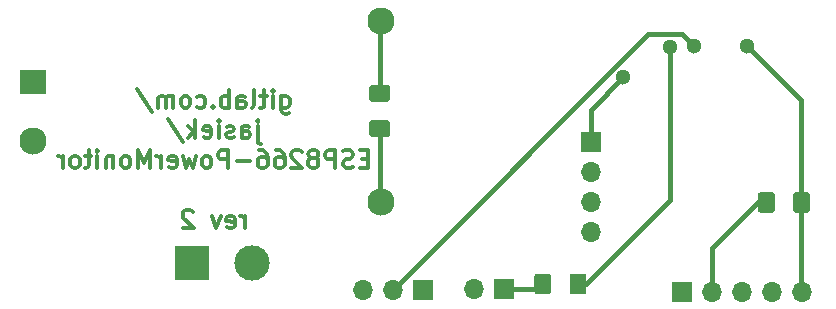
<source format=gbr>
G04 #@! TF.GenerationSoftware,KiCad,Pcbnew,(5.1.5-0-10_14)*
G04 #@! TF.CreationDate,2020-06-28T15:17:39+02:00*
G04 #@! TF.ProjectId,ESP8266-PowerMonitor,45535038-3236-4362-9d50-6f7765724d6f,rev?*
G04 #@! TF.SameCoordinates,Original*
G04 #@! TF.FileFunction,Copper,L2,Bot*
G04 #@! TF.FilePolarity,Positive*
%FSLAX46Y46*%
G04 Gerber Fmt 4.6, Leading zero omitted, Abs format (unit mm)*
G04 Created by KiCad (PCBNEW (5.1.5-0-10_14)) date 2020-06-28 15:17:39*
%MOMM*%
%LPD*%
G04 APERTURE LIST*
%ADD10C,0.300000*%
%ADD11O,1.700000X1.700000*%
%ADD12R,1.700000X1.700000*%
%ADD13C,1.000000*%
%ADD14R,3.000000X3.000000*%
%ADD15C,3.000000*%
%ADD16C,2.300000*%
%ADD17R,2.300000X2.000000*%
%ADD18C,1.300000*%
%ADD19C,0.400000*%
G04 APERTURE END LIST*
D10*
X131078571Y-99628571D02*
X131078571Y-100842857D01*
X131150000Y-100985714D01*
X131221428Y-101057142D01*
X131364285Y-101128571D01*
X131578571Y-101128571D01*
X131721428Y-101057142D01*
X131078571Y-100557142D02*
X131221428Y-100628571D01*
X131507142Y-100628571D01*
X131650000Y-100557142D01*
X131721428Y-100485714D01*
X131792857Y-100342857D01*
X131792857Y-99914285D01*
X131721428Y-99771428D01*
X131650000Y-99700000D01*
X131507142Y-99628571D01*
X131221428Y-99628571D01*
X131078571Y-99700000D01*
X130364285Y-100628571D02*
X130364285Y-99628571D01*
X130364285Y-99128571D02*
X130435714Y-99200000D01*
X130364285Y-99271428D01*
X130292857Y-99200000D01*
X130364285Y-99128571D01*
X130364285Y-99271428D01*
X129864285Y-99628571D02*
X129292857Y-99628571D01*
X129650000Y-99128571D02*
X129650000Y-100414285D01*
X129578571Y-100557142D01*
X129435714Y-100628571D01*
X129292857Y-100628571D01*
X128578571Y-100628571D02*
X128721428Y-100557142D01*
X128792857Y-100414285D01*
X128792857Y-99128571D01*
X127364285Y-100628571D02*
X127364285Y-99842857D01*
X127435714Y-99700000D01*
X127578571Y-99628571D01*
X127864285Y-99628571D01*
X128007142Y-99700000D01*
X127364285Y-100557142D02*
X127507142Y-100628571D01*
X127864285Y-100628571D01*
X128007142Y-100557142D01*
X128078571Y-100414285D01*
X128078571Y-100271428D01*
X128007142Y-100128571D01*
X127864285Y-100057142D01*
X127507142Y-100057142D01*
X127364285Y-99985714D01*
X126650000Y-100628571D02*
X126650000Y-99128571D01*
X126650000Y-99700000D02*
X126507142Y-99628571D01*
X126221428Y-99628571D01*
X126078571Y-99700000D01*
X126007142Y-99771428D01*
X125935714Y-99914285D01*
X125935714Y-100342857D01*
X126007142Y-100485714D01*
X126078571Y-100557142D01*
X126221428Y-100628571D01*
X126507142Y-100628571D01*
X126650000Y-100557142D01*
X125292857Y-100485714D02*
X125221428Y-100557142D01*
X125292857Y-100628571D01*
X125364285Y-100557142D01*
X125292857Y-100485714D01*
X125292857Y-100628571D01*
X123935714Y-100557142D02*
X124078571Y-100628571D01*
X124364285Y-100628571D01*
X124507142Y-100557142D01*
X124578571Y-100485714D01*
X124650000Y-100342857D01*
X124650000Y-99914285D01*
X124578571Y-99771428D01*
X124507142Y-99700000D01*
X124364285Y-99628571D01*
X124078571Y-99628571D01*
X123935714Y-99700000D01*
X123078571Y-100628571D02*
X123221428Y-100557142D01*
X123292857Y-100485714D01*
X123364285Y-100342857D01*
X123364285Y-99914285D01*
X123292857Y-99771428D01*
X123221428Y-99700000D01*
X123078571Y-99628571D01*
X122864285Y-99628571D01*
X122721428Y-99700000D01*
X122650000Y-99771428D01*
X122578571Y-99914285D01*
X122578571Y-100342857D01*
X122650000Y-100485714D01*
X122721428Y-100557142D01*
X122864285Y-100628571D01*
X123078571Y-100628571D01*
X121935714Y-100628571D02*
X121935714Y-99628571D01*
X121935714Y-99771428D02*
X121864285Y-99700000D01*
X121721428Y-99628571D01*
X121507142Y-99628571D01*
X121364285Y-99700000D01*
X121292857Y-99842857D01*
X121292857Y-100628571D01*
X121292857Y-99842857D02*
X121221428Y-99700000D01*
X121078571Y-99628571D01*
X120864285Y-99628571D01*
X120721428Y-99700000D01*
X120650000Y-99842857D01*
X120650000Y-100628571D01*
X118864285Y-99057142D02*
X120150000Y-100985714D01*
X129078571Y-102178571D02*
X129078571Y-103464285D01*
X129150000Y-103607142D01*
X129292857Y-103678571D01*
X129364285Y-103678571D01*
X129078571Y-101678571D02*
X129150000Y-101750000D01*
X129078571Y-101821428D01*
X129007142Y-101750000D01*
X129078571Y-101678571D01*
X129078571Y-101821428D01*
X127721428Y-103178571D02*
X127721428Y-102392857D01*
X127792857Y-102250000D01*
X127935714Y-102178571D01*
X128221428Y-102178571D01*
X128364285Y-102250000D01*
X127721428Y-103107142D02*
X127864285Y-103178571D01*
X128221428Y-103178571D01*
X128364285Y-103107142D01*
X128435714Y-102964285D01*
X128435714Y-102821428D01*
X128364285Y-102678571D01*
X128221428Y-102607142D01*
X127864285Y-102607142D01*
X127721428Y-102535714D01*
X127078571Y-103107142D02*
X126935714Y-103178571D01*
X126650000Y-103178571D01*
X126507142Y-103107142D01*
X126435714Y-102964285D01*
X126435714Y-102892857D01*
X126507142Y-102750000D01*
X126650000Y-102678571D01*
X126864285Y-102678571D01*
X127007142Y-102607142D01*
X127078571Y-102464285D01*
X127078571Y-102392857D01*
X127007142Y-102250000D01*
X126864285Y-102178571D01*
X126650000Y-102178571D01*
X126507142Y-102250000D01*
X125792857Y-103178571D02*
X125792857Y-102178571D01*
X125792857Y-101678571D02*
X125864285Y-101750000D01*
X125792857Y-101821428D01*
X125721428Y-101750000D01*
X125792857Y-101678571D01*
X125792857Y-101821428D01*
X124507142Y-103107142D02*
X124650000Y-103178571D01*
X124935714Y-103178571D01*
X125078571Y-103107142D01*
X125150000Y-102964285D01*
X125150000Y-102392857D01*
X125078571Y-102250000D01*
X124935714Y-102178571D01*
X124650000Y-102178571D01*
X124507142Y-102250000D01*
X124435714Y-102392857D01*
X124435714Y-102535714D01*
X125150000Y-102678571D01*
X123792857Y-103178571D02*
X123792857Y-101678571D01*
X123650000Y-102607142D02*
X123221428Y-103178571D01*
X123221428Y-102178571D02*
X123792857Y-102750000D01*
X121507142Y-101607142D02*
X122792857Y-103535714D01*
X138435714Y-104942857D02*
X137935714Y-104942857D01*
X137721428Y-105728571D02*
X138435714Y-105728571D01*
X138435714Y-104228571D01*
X137721428Y-104228571D01*
X137150000Y-105657142D02*
X136935714Y-105728571D01*
X136578571Y-105728571D01*
X136435714Y-105657142D01*
X136364285Y-105585714D01*
X136292857Y-105442857D01*
X136292857Y-105300000D01*
X136364285Y-105157142D01*
X136435714Y-105085714D01*
X136578571Y-105014285D01*
X136864285Y-104942857D01*
X137007142Y-104871428D01*
X137078571Y-104800000D01*
X137150000Y-104657142D01*
X137150000Y-104514285D01*
X137078571Y-104371428D01*
X137007142Y-104300000D01*
X136864285Y-104228571D01*
X136507142Y-104228571D01*
X136292857Y-104300000D01*
X135650000Y-105728571D02*
X135650000Y-104228571D01*
X135078571Y-104228571D01*
X134935714Y-104300000D01*
X134864285Y-104371428D01*
X134792857Y-104514285D01*
X134792857Y-104728571D01*
X134864285Y-104871428D01*
X134935714Y-104942857D01*
X135078571Y-105014285D01*
X135650000Y-105014285D01*
X133935714Y-104871428D02*
X134078571Y-104800000D01*
X134150000Y-104728571D01*
X134221428Y-104585714D01*
X134221428Y-104514285D01*
X134150000Y-104371428D01*
X134078571Y-104300000D01*
X133935714Y-104228571D01*
X133650000Y-104228571D01*
X133507142Y-104300000D01*
X133435714Y-104371428D01*
X133364285Y-104514285D01*
X133364285Y-104585714D01*
X133435714Y-104728571D01*
X133507142Y-104800000D01*
X133650000Y-104871428D01*
X133935714Y-104871428D01*
X134078571Y-104942857D01*
X134150000Y-105014285D01*
X134221428Y-105157142D01*
X134221428Y-105442857D01*
X134150000Y-105585714D01*
X134078571Y-105657142D01*
X133935714Y-105728571D01*
X133650000Y-105728571D01*
X133507142Y-105657142D01*
X133435714Y-105585714D01*
X133364285Y-105442857D01*
X133364285Y-105157142D01*
X133435714Y-105014285D01*
X133507142Y-104942857D01*
X133650000Y-104871428D01*
X132792857Y-104371428D02*
X132721428Y-104300000D01*
X132578571Y-104228571D01*
X132221428Y-104228571D01*
X132078571Y-104300000D01*
X132007142Y-104371428D01*
X131935714Y-104514285D01*
X131935714Y-104657142D01*
X132007142Y-104871428D01*
X132864285Y-105728571D01*
X131935714Y-105728571D01*
X130650000Y-104228571D02*
X130935714Y-104228571D01*
X131078571Y-104300000D01*
X131150000Y-104371428D01*
X131292857Y-104585714D01*
X131364285Y-104871428D01*
X131364285Y-105442857D01*
X131292857Y-105585714D01*
X131221428Y-105657142D01*
X131078571Y-105728571D01*
X130792857Y-105728571D01*
X130650000Y-105657142D01*
X130578571Y-105585714D01*
X130507142Y-105442857D01*
X130507142Y-105085714D01*
X130578571Y-104942857D01*
X130650000Y-104871428D01*
X130792857Y-104800000D01*
X131078571Y-104800000D01*
X131221428Y-104871428D01*
X131292857Y-104942857D01*
X131364285Y-105085714D01*
X129221428Y-104228571D02*
X129507142Y-104228571D01*
X129650000Y-104300000D01*
X129721428Y-104371428D01*
X129864285Y-104585714D01*
X129935714Y-104871428D01*
X129935714Y-105442857D01*
X129864285Y-105585714D01*
X129792857Y-105657142D01*
X129650000Y-105728571D01*
X129364285Y-105728571D01*
X129221428Y-105657142D01*
X129150000Y-105585714D01*
X129078571Y-105442857D01*
X129078571Y-105085714D01*
X129150000Y-104942857D01*
X129221428Y-104871428D01*
X129364285Y-104800000D01*
X129650000Y-104800000D01*
X129792857Y-104871428D01*
X129864285Y-104942857D01*
X129935714Y-105085714D01*
X128435714Y-105157142D02*
X127292857Y-105157142D01*
X126578571Y-105728571D02*
X126578571Y-104228571D01*
X126007142Y-104228571D01*
X125864285Y-104300000D01*
X125792857Y-104371428D01*
X125721428Y-104514285D01*
X125721428Y-104728571D01*
X125792857Y-104871428D01*
X125864285Y-104942857D01*
X126007142Y-105014285D01*
X126578571Y-105014285D01*
X124864285Y-105728571D02*
X125007142Y-105657142D01*
X125078571Y-105585714D01*
X125150000Y-105442857D01*
X125150000Y-105014285D01*
X125078571Y-104871428D01*
X125007142Y-104800000D01*
X124864285Y-104728571D01*
X124650000Y-104728571D01*
X124507142Y-104800000D01*
X124435714Y-104871428D01*
X124364285Y-105014285D01*
X124364285Y-105442857D01*
X124435714Y-105585714D01*
X124507142Y-105657142D01*
X124650000Y-105728571D01*
X124864285Y-105728571D01*
X123864285Y-104728571D02*
X123578571Y-105728571D01*
X123292857Y-105014285D01*
X123007142Y-105728571D01*
X122721428Y-104728571D01*
X121578571Y-105657142D02*
X121721428Y-105728571D01*
X122007142Y-105728571D01*
X122150000Y-105657142D01*
X122221428Y-105514285D01*
X122221428Y-104942857D01*
X122150000Y-104800000D01*
X122007142Y-104728571D01*
X121721428Y-104728571D01*
X121578571Y-104800000D01*
X121507142Y-104942857D01*
X121507142Y-105085714D01*
X122221428Y-105228571D01*
X120864285Y-105728571D02*
X120864285Y-104728571D01*
X120864285Y-105014285D02*
X120792857Y-104871428D01*
X120721428Y-104800000D01*
X120578571Y-104728571D01*
X120435714Y-104728571D01*
X119935714Y-105728571D02*
X119935714Y-104228571D01*
X119435714Y-105300000D01*
X118935714Y-104228571D01*
X118935714Y-105728571D01*
X118007142Y-105728571D02*
X118150000Y-105657142D01*
X118221428Y-105585714D01*
X118292857Y-105442857D01*
X118292857Y-105014285D01*
X118221428Y-104871428D01*
X118150000Y-104800000D01*
X118007142Y-104728571D01*
X117792857Y-104728571D01*
X117650000Y-104800000D01*
X117578571Y-104871428D01*
X117507142Y-105014285D01*
X117507142Y-105442857D01*
X117578571Y-105585714D01*
X117650000Y-105657142D01*
X117792857Y-105728571D01*
X118007142Y-105728571D01*
X116864285Y-104728571D02*
X116864285Y-105728571D01*
X116864285Y-104871428D02*
X116792857Y-104800000D01*
X116650000Y-104728571D01*
X116435714Y-104728571D01*
X116292857Y-104800000D01*
X116221428Y-104942857D01*
X116221428Y-105728571D01*
X115507142Y-105728571D02*
X115507142Y-104728571D01*
X115507142Y-104228571D02*
X115578571Y-104300000D01*
X115507142Y-104371428D01*
X115435714Y-104300000D01*
X115507142Y-104228571D01*
X115507142Y-104371428D01*
X115007142Y-104728571D02*
X114435714Y-104728571D01*
X114792857Y-104228571D02*
X114792857Y-105514285D01*
X114721428Y-105657142D01*
X114578571Y-105728571D01*
X114435714Y-105728571D01*
X113721428Y-105728571D02*
X113864285Y-105657142D01*
X113935714Y-105585714D01*
X114007142Y-105442857D01*
X114007142Y-105014285D01*
X113935714Y-104871428D01*
X113864285Y-104800000D01*
X113721428Y-104728571D01*
X113507142Y-104728571D01*
X113364285Y-104800000D01*
X113292857Y-104871428D01*
X113221428Y-105014285D01*
X113221428Y-105442857D01*
X113292857Y-105585714D01*
X113364285Y-105657142D01*
X113507142Y-105728571D01*
X113721428Y-105728571D01*
X112578571Y-105728571D02*
X112578571Y-104728571D01*
X112578571Y-105014285D02*
X112507142Y-104871428D01*
X112435714Y-104800000D01*
X112292857Y-104728571D01*
X112150000Y-104728571D01*
X128007142Y-110828571D02*
X128007142Y-109828571D01*
X128007142Y-110114285D02*
X127935714Y-109971428D01*
X127864285Y-109900000D01*
X127721428Y-109828571D01*
X127578571Y-109828571D01*
X126507142Y-110757142D02*
X126650000Y-110828571D01*
X126935714Y-110828571D01*
X127078571Y-110757142D01*
X127150000Y-110614285D01*
X127150000Y-110042857D01*
X127078571Y-109900000D01*
X126935714Y-109828571D01*
X126650000Y-109828571D01*
X126507142Y-109900000D01*
X126435714Y-110042857D01*
X126435714Y-110185714D01*
X127150000Y-110328571D01*
X125935714Y-109828571D02*
X125578571Y-110828571D01*
X125221428Y-109828571D01*
X123578571Y-109471428D02*
X123507142Y-109400000D01*
X123364285Y-109328571D01*
X123007142Y-109328571D01*
X122864285Y-109400000D01*
X122792857Y-109471428D01*
X122721428Y-109614285D01*
X122721428Y-109757142D01*
X122792857Y-109971428D01*
X123650000Y-110828571D01*
X122721428Y-110828571D01*
D11*
X157300000Y-111120000D03*
X157300000Y-108580000D03*
X157300000Y-106040000D03*
D12*
X157300000Y-103500000D03*
X165000000Y-116200000D03*
D11*
X167540000Y-116200000D03*
X170080000Y-116200000D03*
X172620000Y-116200000D03*
X175160000Y-116200000D03*
G04 #@! TA.AperFunction,SMDPad,CuDef*
D13*
G36*
X153712004Y-114676204D02*
G01*
X153736273Y-114679804D01*
X153760071Y-114685765D01*
X153783171Y-114694030D01*
X153805349Y-114704520D01*
X153826393Y-114717133D01*
X153846098Y-114731747D01*
X153864277Y-114748223D01*
X153880753Y-114766402D01*
X153895367Y-114786107D01*
X153907980Y-114807151D01*
X153918470Y-114829329D01*
X153926735Y-114852429D01*
X153932696Y-114876227D01*
X153936296Y-114900496D01*
X153937500Y-114925000D01*
X153937500Y-116175000D01*
X153936296Y-116199504D01*
X153932696Y-116223773D01*
X153926735Y-116247571D01*
X153918470Y-116270671D01*
X153907980Y-116292849D01*
X153895367Y-116313893D01*
X153880753Y-116333598D01*
X153864277Y-116351777D01*
X153846098Y-116368253D01*
X153826393Y-116382867D01*
X153805349Y-116395480D01*
X153783171Y-116405970D01*
X153760071Y-116414235D01*
X153736273Y-116420196D01*
X153712004Y-116423796D01*
X153687500Y-116425000D01*
X152762500Y-116425000D01*
X152737996Y-116423796D01*
X152713727Y-116420196D01*
X152689929Y-116414235D01*
X152666829Y-116405970D01*
X152644651Y-116395480D01*
X152623607Y-116382867D01*
X152603902Y-116368253D01*
X152585723Y-116351777D01*
X152569247Y-116333598D01*
X152554633Y-116313893D01*
X152542020Y-116292849D01*
X152531530Y-116270671D01*
X152523265Y-116247571D01*
X152517304Y-116223773D01*
X152513704Y-116199504D01*
X152512500Y-116175000D01*
X152512500Y-114925000D01*
X152513704Y-114900496D01*
X152517304Y-114876227D01*
X152523265Y-114852429D01*
X152531530Y-114829329D01*
X152542020Y-114807151D01*
X152554633Y-114786107D01*
X152569247Y-114766402D01*
X152585723Y-114748223D01*
X152603902Y-114731747D01*
X152623607Y-114717133D01*
X152644651Y-114704520D01*
X152666829Y-114694030D01*
X152689929Y-114685765D01*
X152713727Y-114679804D01*
X152737996Y-114676204D01*
X152762500Y-114675000D01*
X153687500Y-114675000D01*
X153712004Y-114676204D01*
G37*
G04 #@! TD.AperFunction*
G04 #@! TA.AperFunction,SMDPad,CuDef*
G36*
X156687004Y-114676204D02*
G01*
X156711273Y-114679804D01*
X156735071Y-114685765D01*
X156758171Y-114694030D01*
X156780349Y-114704520D01*
X156801393Y-114717133D01*
X156821098Y-114731747D01*
X156839277Y-114748223D01*
X156855753Y-114766402D01*
X156870367Y-114786107D01*
X156882980Y-114807151D01*
X156893470Y-114829329D01*
X156901735Y-114852429D01*
X156907696Y-114876227D01*
X156911296Y-114900496D01*
X156912500Y-114925000D01*
X156912500Y-116175000D01*
X156911296Y-116199504D01*
X156907696Y-116223773D01*
X156901735Y-116247571D01*
X156893470Y-116270671D01*
X156882980Y-116292849D01*
X156870367Y-116313893D01*
X156855753Y-116333598D01*
X156839277Y-116351777D01*
X156821098Y-116368253D01*
X156801393Y-116382867D01*
X156780349Y-116395480D01*
X156758171Y-116405970D01*
X156735071Y-116414235D01*
X156711273Y-116420196D01*
X156687004Y-116423796D01*
X156662500Y-116425000D01*
X155737500Y-116425000D01*
X155712996Y-116423796D01*
X155688727Y-116420196D01*
X155664929Y-116414235D01*
X155641829Y-116405970D01*
X155619651Y-116395480D01*
X155598607Y-116382867D01*
X155578902Y-116368253D01*
X155560723Y-116351777D01*
X155544247Y-116333598D01*
X155529633Y-116313893D01*
X155517020Y-116292849D01*
X155506530Y-116270671D01*
X155498265Y-116247571D01*
X155492304Y-116223773D01*
X155488704Y-116199504D01*
X155487500Y-116175000D01*
X155487500Y-114925000D01*
X155488704Y-114900496D01*
X155492304Y-114876227D01*
X155498265Y-114852429D01*
X155506530Y-114829329D01*
X155517020Y-114807151D01*
X155529633Y-114786107D01*
X155544247Y-114766402D01*
X155560723Y-114748223D01*
X155578902Y-114731747D01*
X155598607Y-114717133D01*
X155619651Y-114704520D01*
X155641829Y-114694030D01*
X155664929Y-114685765D01*
X155688727Y-114679804D01*
X155712996Y-114676204D01*
X155737500Y-114675000D01*
X156662500Y-114675000D01*
X156687004Y-114676204D01*
G37*
G04 #@! TD.AperFunction*
D12*
X143050000Y-116050000D03*
D11*
X140510000Y-116050000D03*
X137970000Y-116050000D03*
G04 #@! TA.AperFunction,SMDPad,CuDef*
D13*
G36*
X175612004Y-107776204D02*
G01*
X175636273Y-107779804D01*
X175660071Y-107785765D01*
X175683171Y-107794030D01*
X175705349Y-107804520D01*
X175726393Y-107817133D01*
X175746098Y-107831747D01*
X175764277Y-107848223D01*
X175780753Y-107866402D01*
X175795367Y-107886107D01*
X175807980Y-107907151D01*
X175818470Y-107929329D01*
X175826735Y-107952429D01*
X175832696Y-107976227D01*
X175836296Y-108000496D01*
X175837500Y-108025000D01*
X175837500Y-109275000D01*
X175836296Y-109299504D01*
X175832696Y-109323773D01*
X175826735Y-109347571D01*
X175818470Y-109370671D01*
X175807980Y-109392849D01*
X175795367Y-109413893D01*
X175780753Y-109433598D01*
X175764277Y-109451777D01*
X175746098Y-109468253D01*
X175726393Y-109482867D01*
X175705349Y-109495480D01*
X175683171Y-109505970D01*
X175660071Y-109514235D01*
X175636273Y-109520196D01*
X175612004Y-109523796D01*
X175587500Y-109525000D01*
X174662500Y-109525000D01*
X174637996Y-109523796D01*
X174613727Y-109520196D01*
X174589929Y-109514235D01*
X174566829Y-109505970D01*
X174544651Y-109495480D01*
X174523607Y-109482867D01*
X174503902Y-109468253D01*
X174485723Y-109451777D01*
X174469247Y-109433598D01*
X174454633Y-109413893D01*
X174442020Y-109392849D01*
X174431530Y-109370671D01*
X174423265Y-109347571D01*
X174417304Y-109323773D01*
X174413704Y-109299504D01*
X174412500Y-109275000D01*
X174412500Y-108025000D01*
X174413704Y-108000496D01*
X174417304Y-107976227D01*
X174423265Y-107952429D01*
X174431530Y-107929329D01*
X174442020Y-107907151D01*
X174454633Y-107886107D01*
X174469247Y-107866402D01*
X174485723Y-107848223D01*
X174503902Y-107831747D01*
X174523607Y-107817133D01*
X174544651Y-107804520D01*
X174566829Y-107794030D01*
X174589929Y-107785765D01*
X174613727Y-107779804D01*
X174637996Y-107776204D01*
X174662500Y-107775000D01*
X175587500Y-107775000D01*
X175612004Y-107776204D01*
G37*
G04 #@! TD.AperFunction*
G04 #@! TA.AperFunction,SMDPad,CuDef*
G36*
X172637004Y-107776204D02*
G01*
X172661273Y-107779804D01*
X172685071Y-107785765D01*
X172708171Y-107794030D01*
X172730349Y-107804520D01*
X172751393Y-107817133D01*
X172771098Y-107831747D01*
X172789277Y-107848223D01*
X172805753Y-107866402D01*
X172820367Y-107886107D01*
X172832980Y-107907151D01*
X172843470Y-107929329D01*
X172851735Y-107952429D01*
X172857696Y-107976227D01*
X172861296Y-108000496D01*
X172862500Y-108025000D01*
X172862500Y-109275000D01*
X172861296Y-109299504D01*
X172857696Y-109323773D01*
X172851735Y-109347571D01*
X172843470Y-109370671D01*
X172832980Y-109392849D01*
X172820367Y-109413893D01*
X172805753Y-109433598D01*
X172789277Y-109451777D01*
X172771098Y-109468253D01*
X172751393Y-109482867D01*
X172730349Y-109495480D01*
X172708171Y-109505970D01*
X172685071Y-109514235D01*
X172661273Y-109520196D01*
X172637004Y-109523796D01*
X172612500Y-109525000D01*
X171687500Y-109525000D01*
X171662996Y-109523796D01*
X171638727Y-109520196D01*
X171614929Y-109514235D01*
X171591829Y-109505970D01*
X171569651Y-109495480D01*
X171548607Y-109482867D01*
X171528902Y-109468253D01*
X171510723Y-109451777D01*
X171494247Y-109433598D01*
X171479633Y-109413893D01*
X171467020Y-109392849D01*
X171456530Y-109370671D01*
X171448265Y-109347571D01*
X171442304Y-109323773D01*
X171438704Y-109299504D01*
X171437500Y-109275000D01*
X171437500Y-108025000D01*
X171438704Y-108000496D01*
X171442304Y-107976227D01*
X171448265Y-107952429D01*
X171456530Y-107929329D01*
X171467020Y-107907151D01*
X171479633Y-107886107D01*
X171494247Y-107866402D01*
X171510723Y-107848223D01*
X171528902Y-107831747D01*
X171548607Y-107817133D01*
X171569651Y-107804520D01*
X171591829Y-107794030D01*
X171614929Y-107785765D01*
X171638727Y-107779804D01*
X171662996Y-107776204D01*
X171687500Y-107775000D01*
X172612500Y-107775000D01*
X172637004Y-107776204D01*
G37*
G04 #@! TD.AperFunction*
G04 #@! TA.AperFunction,SMDPad,CuDef*
G36*
X140049504Y-101676204D02*
G01*
X140073773Y-101679804D01*
X140097571Y-101685765D01*
X140120671Y-101694030D01*
X140142849Y-101704520D01*
X140163893Y-101717133D01*
X140183598Y-101731747D01*
X140201777Y-101748223D01*
X140218253Y-101766402D01*
X140232867Y-101786107D01*
X140245480Y-101807151D01*
X140255970Y-101829329D01*
X140264235Y-101852429D01*
X140270196Y-101876227D01*
X140273796Y-101900496D01*
X140275000Y-101925000D01*
X140275000Y-102850000D01*
X140273796Y-102874504D01*
X140270196Y-102898773D01*
X140264235Y-102922571D01*
X140255970Y-102945671D01*
X140245480Y-102967849D01*
X140232867Y-102988893D01*
X140218253Y-103008598D01*
X140201777Y-103026777D01*
X140183598Y-103043253D01*
X140163893Y-103057867D01*
X140142849Y-103070480D01*
X140120671Y-103080970D01*
X140097571Y-103089235D01*
X140073773Y-103095196D01*
X140049504Y-103098796D01*
X140025000Y-103100000D01*
X138775000Y-103100000D01*
X138750496Y-103098796D01*
X138726227Y-103095196D01*
X138702429Y-103089235D01*
X138679329Y-103080970D01*
X138657151Y-103070480D01*
X138636107Y-103057867D01*
X138616402Y-103043253D01*
X138598223Y-103026777D01*
X138581747Y-103008598D01*
X138567133Y-102988893D01*
X138554520Y-102967849D01*
X138544030Y-102945671D01*
X138535765Y-102922571D01*
X138529804Y-102898773D01*
X138526204Y-102874504D01*
X138525000Y-102850000D01*
X138525000Y-101925000D01*
X138526204Y-101900496D01*
X138529804Y-101876227D01*
X138535765Y-101852429D01*
X138544030Y-101829329D01*
X138554520Y-101807151D01*
X138567133Y-101786107D01*
X138581747Y-101766402D01*
X138598223Y-101748223D01*
X138616402Y-101731747D01*
X138636107Y-101717133D01*
X138657151Y-101704520D01*
X138679329Y-101694030D01*
X138702429Y-101685765D01*
X138726227Y-101679804D01*
X138750496Y-101676204D01*
X138775000Y-101675000D01*
X140025000Y-101675000D01*
X140049504Y-101676204D01*
G37*
G04 #@! TD.AperFunction*
G04 #@! TA.AperFunction,SMDPad,CuDef*
G36*
X140049504Y-98701204D02*
G01*
X140073773Y-98704804D01*
X140097571Y-98710765D01*
X140120671Y-98719030D01*
X140142849Y-98729520D01*
X140163893Y-98742133D01*
X140183598Y-98756747D01*
X140201777Y-98773223D01*
X140218253Y-98791402D01*
X140232867Y-98811107D01*
X140245480Y-98832151D01*
X140255970Y-98854329D01*
X140264235Y-98877429D01*
X140270196Y-98901227D01*
X140273796Y-98925496D01*
X140275000Y-98950000D01*
X140275000Y-99875000D01*
X140273796Y-99899504D01*
X140270196Y-99923773D01*
X140264235Y-99947571D01*
X140255970Y-99970671D01*
X140245480Y-99992849D01*
X140232867Y-100013893D01*
X140218253Y-100033598D01*
X140201777Y-100051777D01*
X140183598Y-100068253D01*
X140163893Y-100082867D01*
X140142849Y-100095480D01*
X140120671Y-100105970D01*
X140097571Y-100114235D01*
X140073773Y-100120196D01*
X140049504Y-100123796D01*
X140025000Y-100125000D01*
X138775000Y-100125000D01*
X138750496Y-100123796D01*
X138726227Y-100120196D01*
X138702429Y-100114235D01*
X138679329Y-100105970D01*
X138657151Y-100095480D01*
X138636107Y-100082867D01*
X138616402Y-100068253D01*
X138598223Y-100051777D01*
X138581747Y-100033598D01*
X138567133Y-100013893D01*
X138554520Y-99992849D01*
X138544030Y-99970671D01*
X138535765Y-99947571D01*
X138529804Y-99923773D01*
X138526204Y-99899504D01*
X138525000Y-99875000D01*
X138525000Y-98950000D01*
X138526204Y-98925496D01*
X138529804Y-98901227D01*
X138535765Y-98877429D01*
X138544030Y-98854329D01*
X138554520Y-98832151D01*
X138567133Y-98811107D01*
X138581747Y-98791402D01*
X138598223Y-98773223D01*
X138616402Y-98756747D01*
X138636107Y-98742133D01*
X138657151Y-98729520D01*
X138679329Y-98719030D01*
X138702429Y-98710765D01*
X138726227Y-98704804D01*
X138750496Y-98701204D01*
X138775000Y-98700000D01*
X140025000Y-98700000D01*
X140049504Y-98701204D01*
G37*
G04 #@! TD.AperFunction*
D12*
X149900000Y-116000000D03*
D11*
X147360000Y-116000000D03*
D14*
X123500000Y-113800000D03*
D15*
X128580000Y-113800000D03*
D16*
X139500000Y-93250000D03*
D17*
X110100000Y-98450000D03*
D16*
X110100000Y-103450000D03*
X139500000Y-108650000D03*
D18*
X170550000Y-95400000D03*
X160050000Y-98050000D03*
X164000000Y-95450000D03*
X166000000Y-95400000D03*
D19*
X139400000Y-93350000D02*
X139500000Y-93250000D01*
X139400000Y-99412500D02*
X139400000Y-93350000D01*
X139400000Y-108550000D02*
X139500000Y-108650000D01*
X139400000Y-102387500D02*
X139400000Y-108550000D01*
X175125000Y-116165000D02*
X175160000Y-116200000D01*
X175125000Y-108650000D02*
X175125000Y-116165000D01*
X175125000Y-99975000D02*
X170550000Y-95400000D01*
X175125000Y-108650000D02*
X175125000Y-99975000D01*
X157300000Y-100800000D02*
X160050000Y-98050000D01*
X157300000Y-103500000D02*
X157300000Y-100800000D01*
X152775000Y-116000000D02*
X153225000Y-115550000D01*
X149900000Y-116000000D02*
X152775000Y-116000000D01*
X167540000Y-112547500D02*
X167540000Y-114997919D01*
X171437500Y-108650000D02*
X167540000Y-112547500D01*
X167540000Y-114997919D02*
X167540000Y-116200000D01*
X172150000Y-108650000D02*
X171437500Y-108650000D01*
X164000000Y-108462500D02*
X164000000Y-95450000D01*
X156912500Y-115550000D02*
X164000000Y-108462500D01*
X156200000Y-115550000D02*
X156912500Y-115550000D01*
X164999999Y-94399999D02*
X166000000Y-95400000D01*
X162160001Y-94399999D02*
X164999999Y-94399999D01*
X140510000Y-116050000D02*
X162160001Y-94399999D01*
M02*

</source>
